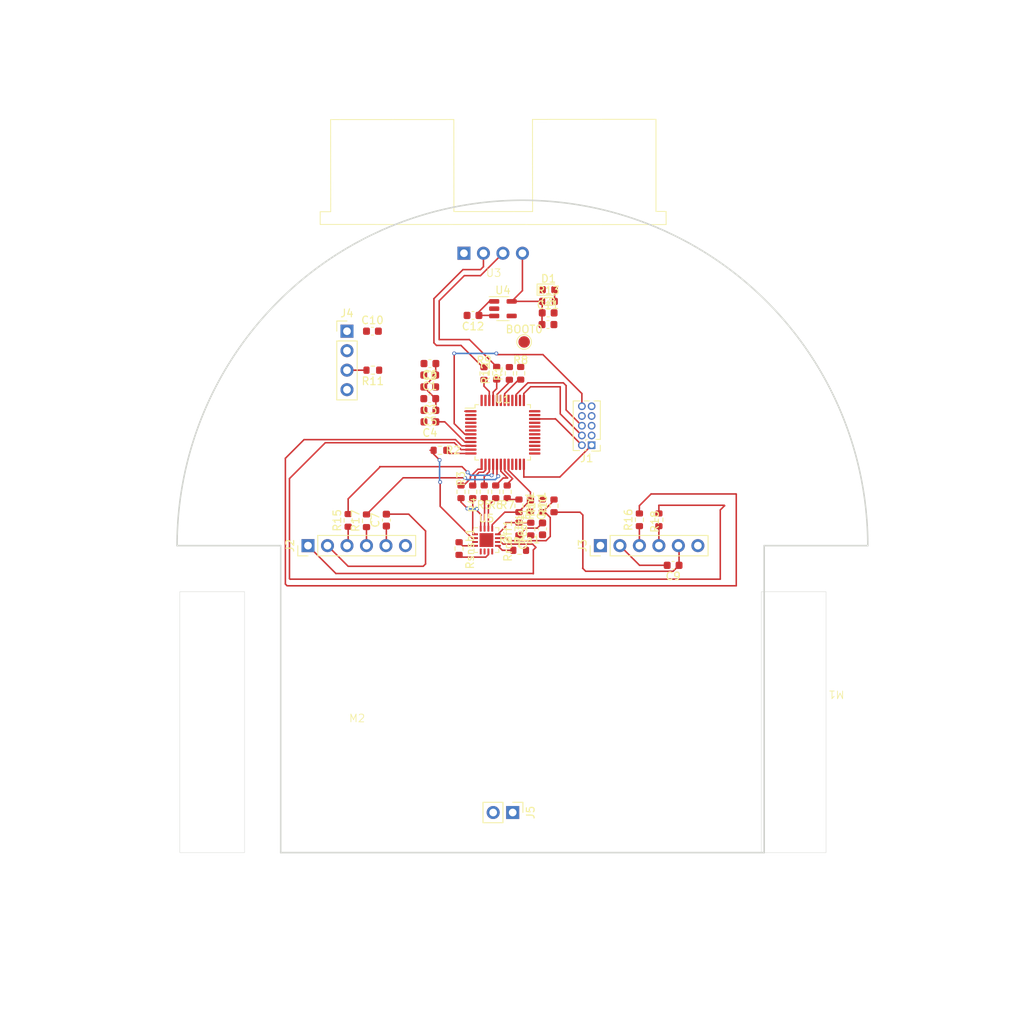
<source format=kicad_pcb>
(kicad_pcb (version 20221018) (generator pcbnew)
  (layers (0 "F.Cu" signal) (31 "B.Cu" signal) (34 "B.Paste" user) (35 "F.Paste" user) (36 "B.SilkS" user "B.Silkscreen") (37 "F.SilkS" user "F.Silkscreen") (38 "B.Mask" user) (39 "F.Mask" user) (44 "Edge.Cuts" user))
  (net 0 "")
  (net 1 "+3.3V")
  (net 2 "GND")
  (net 3 "+BATT")
  (net 4 "/mcu/UART1_TX")
  (net 5 "/mcu/IN_B2")
  (net 6 "/mcu/UART1_RX")
  (net 7 "/mcu/BOOT0")
  (net 8 "Net-(U1-PA2)")
  (net 9 "/mcu/TIM15_CH1")
  (net 10 "Net-(U1-PA3)")
  (net 11 "/mcu/TIM15_CH2")
  (net 12 "Net-(U1-PA4)")
  (net 13 "/mcu/OUT_A4")
  (net 14 "Net-(U1-PA5)")
  (net 15 "/mcu/OUT_A5")
  (net 16 "/mcu/OUT_B0")
  (net 17 "Net-(U1-PB0)")
  (net 18 "/mcu/OUT_B1")
  (net 19 "Net-(U1-PB1)")
  (net 20 "Net-(U1-PB6)")
  (net 21 "/mcu/OUT_B9")
  (net 22 "Net-(U1-PB9)")
  (net 23 "/mcu/TIM3_CH1")
  (net 24 "/mcu/TIM2_CH1")
  (net 25 "/mcu/TIM3_CH2")
  (net 26 "/mcu/TIM2_CH2")
  (net 27 "/mcu/TIM8_CH2")
  (net 33 "/mcu/~{RESET}")
  (net 45 "/mcu/SWDIO")
  (net 48 "/mcu/SWDCLK")
  (net 50 "/mcu/SWO")
  (net 55 "Net-(U3-ECHO)")
  (net 57 "Net-(Crcoff1-Pad2)")
  (net 58 "Net-(D1-A)")
  (net 59 "/motorA/MA")
  (net 60 "Net-(J2-Pin_3)")
  (net 61 "Net-(J2-Pin_4)")
  (net 62 "/motorA/MB")
  (net 63 "/motorB/MA")
  (net 64 "Net-(J3-Pin_3)")
  (net 65 "Net-(J3-Pin_4)")
  (net 66 "/motorB/MB")
  (net 67 "Net-(J4-Pin_3)")
  (net 68 "/external_uart/EXTERNAL_UART_RX")
  (net 69 "/external_uart/EXTERNAL_UART_TX")
  (net 70 "Net-(U5-REF)")
  (net 71 "Net-(U5-TOFF)")
  (net 72 "Net-(U5-SENSEB)")
  (net 73 "Net-(U5-SENSEA)")
  (footprint "Package_QFP:LQFP-48_7x7mm_P0.5mm" (layer "F.Cu") (at 149.9746 85.2426)
    (fp_text reference "U1")
    (fp_text value "STM32F030C8Tx")
  )
  (footprint "Resistor_SMD:R_0603_1608Metric" (layer "F.Cu") (at 150.8382 77.5596 90)
    (fp_text reference "R1")
    (fp_text value "10k")
  )
  (footprint "minimouse:N20_with_encoder" (layer "F.Cu") (at 131 123)
    (fp_text reference "M2")
    (fp_text value "N20_encoder")
    (fp_rect (start -23.1 -17) (end -14.67 17) (stroke (width 0.05)) (fill none) (layer "Edge.Cuts"))
  )
  (footprint "TestPoint:TestPoint_Pad_D1.5mm" (layer "F.Cu") (at 152.7646 73.4601)
    (fp_text reference "BOOT0")
    (fp_text value "TestPoint")
  )
  (footprint "Capacitor_SMD:C_0603_1608Metric" (layer "F.Cu") (at 134.8108 96.6726 90)
    (fp_text reference "C7")
    (fp_text value "2.2 uF")
  )
  (footprint "Capacitor_SMD:C_0603_1608Metric" (layer "F.Cu") (at 146.1008 70.0026 180)
    (fp_text reference "C12")
    (fp_text value "2.2uF")
  )
  (footprint "Resistor_SMD:R_0603_1608Metric" (layer "F.Cu") (at 146.0622 92.9888 -90)
    (fp_text reference "R4")
    (fp_text value "100")
  )
  (footprint "Capacitor_SMD:C_0603_1608Metric" (layer "F.Cu") (at 140.4874 83.871 180)
    (fp_text reference "C4")
    (fp_text value "0.1uF")
  )
  (footprint "Resistor_SMD:R_0603_1608Metric" (layer "F.Cu") (at 152.0828 97.8278 90)
    (fp_text reference "Rrcoff1")
    (fp_text value "1 k")
  )
  (footprint "Resistor_SMD:R_0603_1608Metric" (layer "F.Cu") (at 147.5322 77.5759 -90)
    (fp_text reference "R9")
    (fp_text value "100")
  )
  (footprint "Package_TO_SOT_SMD:SOT-23-5" (layer "F.Cu") (at 150 69.125)
    (fp_text reference "U4")
    (fp_text value "LP5907MFX-1.2")
  )
  (footprint "Capacitor_SMD:C_0603_1608Metric" (layer "F.Cu") (at 155.8928 69.6724)
    (fp_text reference "C8")
    (fp_text value "2.2 uF")
  )
  (footprint "Capacitor_SMD:C_0603_1608Metric" (layer "F.Cu") (at 140.4874 82.3724 180)
    (fp_text reference "C5")
    (fp_text value "0.1uF")
  )
  (footprint "minimouse:N20_with_encoder" (layer "F.Cu") (at 169 123 180)
    (fp_text reference "M1")
    (fp_text value "N20_encoder")
    (fp_rect (start -23.1 -17) (end -14.67 17) (stroke (width 0.05)) (fill none) (layer "Edge.Cuts"))
  )
  (footprint "Resistor_SMD:R_0603_1608Metric" (layer "F.Cu") (at 133.045 77.14 180)
    (fp_text reference "R11")
    (fp_text value "100 ")
  )
  (footprint "Connector_PinHeader_2.54mm:PinHeader_1x02_P2.54mm_Vertical" (layer "F.Cu") (at 151.27 134.775 -90)
    (fp_text reference "J5")
    (fp_text value "Conn_01x02")
  )
  (footprint "Resistor_SMD:R_0603_1608Metric" (layer "F.Cu") (at 153.6322 97.841 90)
    (fp_text reference "Roff1")
    (fp_text value "47 k")
  )
  (footprint "Capacitor_SMD:C_0603_1608Metric" (layer "F.Cu") (at 132.995 72.06)
    (fp_text reference "C10")
    (fp_text value "2.2 uF")
  )
  (footprint "Capacitor_SMD:C_0603_1608Metric" (layer "F.Cu") (at 140.462 80.8484 180)
    (fp_text reference "C3")
    (fp_text value "0.1uF")
  )
  (footprint "Resistor_SMD:R_0603_1608Metric" (layer "F.Cu") (at 149.1872 77.5342 90)
    (fp_text reference "R12")
    (fp_text value "100 ")
  )
  (footprint "Connector_PinHeader_2.54mm:PinHeader_1x04_P2.54mm_Vertical" (layer "F.Cu") (at 129.68 72.06)
    (fp_text reference "J4")
    (fp_text value "Conn_01x04")
  )
  (footprint "Resistor_SMD:R_0603_1608Metric" (layer "F.Cu") (at 155.1308 94.8052 90)
    (fp_text reference "R14")
    (fp_text value "10k")
  )
  (footprint "Resistor_SMD:R_0603_1608Metric" (layer "F.Cu") (at 152.086 94.8145 -90)
    (fp_text reference "Ren1")
    (fp_text value "10k")
  )
  (footprint "Package_DFN_QFN:VQFN-16-1EP_3x3mm_P0.5mm_EP1.8x1.8mm" (layer "F.Cu") (at 147.8544 99.2745)
    (fp_text reference "U5")
    (fp_text value "STSPIN240")
  )
  (footprint "Resistor_SMD:R_0603_1608Metric" (layer "F.Cu") (at 152.3114 77.5464 -90)
    (fp_text reference "R8")
    (fp_text value "100")
  )
  (footprint "Connector_PinHeader_2.54mm:PinHeader_1x06_P2.54mm_Vertical" (layer "F.Cu") (at 162.7 100 90)
    (fp_text reference "J3")
    (fp_text value "Conn_01x06")
  )
  (footprint "Resistor_SMD:R_0603_1608Metric" (layer "F.Cu") (at 150.558 92.9888 90)
    (fp_text reference "R7")
    (fp_text value "100")
  )
  (footprint "Resistor_SMD:R_0603_1608Metric" (layer "F.Cu") (at 141.7958 87.5794 180)
    (fp_text reference "R2")
    (fp_text value "100")
  )
  (footprint "Resistor_SMD:R_0603_1608Metric" (layer "F.Cu") (at 129.8324 96.7112 90)
    (fp_text reference "R15")
    (fp_text value "100")
  )
  (footprint "Capacitor_SMD:C_0603_1608Metric" (layer "F.Cu") (at 172.1742 102.5654 180)
    (fp_text reference "C9")
    (fp_text value "2.2 uF")
  )
  (footprint "Resistor_SMD:R_0603_1608Metric" (layer "F.Cu") (at 155.9314 68.1738)
    (fp_text reference "R13")
    (fp_text value "330")
  )
  (footprint "Resistor_SMD:R_0603_1608Metric" (layer "F.Cu") (at 167.78 96.635 90)
    (fp_text reference "R16")
    (fp_text value "100")
  )
  (footprint "Resistor_SMD:R_0603_1608Metric" (layer "F.Cu") (at 144.5382 92.9878 -90)
    (fp_text reference "R3")
    (fp_text value "100")
  )
  (footprint "Capacitor_SMD:C_0603_1608Metric" (layer "F.Cu") (at 153.5846 94.8399 -90)
    (fp_text reference "Cen1")
    (fp_text value "10 nF")
  )
  (footprint "Resistor_SMD:R_0603_1608Metric" (layer "F.Cu") (at 152.1844 100.6096)
    (fp_text reference "Rsnsa1")
    (fp_text value "330 m")
  )
  (footprint "Capacitor_SMD:C_0603_1608Metric" (layer "F.Cu") (at 140.462 79.3244)
    (fp_text reference "C2")
    (fp_text value "0.1uF")
  )
  (footprint "Capacitor_SMD:C_0603_1608Metric" (layer "F.Cu") (at 140.462 77.775 180)
    (fp_text reference "C1")
    (fp_text value "2.2uF")
  )
  (footprint "Resistor_SMD:R_0603_1608Metric" (layer "F.Cu") (at 147.5608 92.9766 -90)
    (fp_text reference "R5")
    (fp_text value "100")
  )
  (footprint "LED_SMD:LED_0603_1608Metric" (layer "F.Cu") (at 155.9425 66.6498)
    (fp_text reference "D1")
    (fp_text value "LED")
  )
  (footprint "Connector_PinHeader_1.27mm:PinHeader_2x05_P1.27mm_Vertical" (layer "F.Cu") (at 161.557 86.919 180)
    (fp_text reference "J1")
    (fp_text value "Conn_ARM_JTAG_SWD_10")
  )
  (footprint "Capacitor_SMD:C_0603_1608Metric" (layer "F.Cu") (at 155.1562 97.8156 90)
    (fp_text reference "Crcoff1")
    (fp_text value "22 nF")
  )
  (footprint "Resistor_SMD:R_0603_1608Metric" (layer "F.Cu") (at 156.6548 94.8184 90)
    (fp_text reference "R10")
    (fp_text value "10k")
  )
  (footprint "Capacitor_SMD:C_0603_1608Metric" (layer "F.Cu") (at 140.4874 76.2764 180)
    (fp_text reference "C6")
    (fp_text value "2.2uF")
  )
  (footprint "Resistor_SMD:R_0603_1608Metric" (layer "F.Cu") (at 132.22 96.762 90)
    (fp_text reference "R17")
    (fp_text value "100")
  )
  (footprint "Resistor_SMD:R_0603_1608Metric" (layer "F.Cu") (at 144.285 100.381 -90)
    (fp_text reference "Rsnsb1")
    (fp_text value "330 m")
  )
  (footprint "minimouse:HC-SR04" (layer "F.Cu") (at 148.73 61.9)
    (fp_text reference "U3")
    (fp_text value "HC-SR04")
  )
  (footprint "Resistor_SMD:R_0603_1608Metric" (layer "F.Cu") (at 170.32 96.635 90)
    (fp_text reference "R18")
    (fp_text value "100")
  )
  (footprint "Capacitor_SMD:C_0603_1608Metric" (layer "F.Cu") (at 155.8674 71.1964)
    (fp_text reference "C11")
    (fp_text value "2.2uF")
  )
  (footprint "Connector_PinHeader_2.54mm:PinHeader_1x06_P2.54mm_Vertical" (layer "F.Cu") (at 124.6 100 90)
    (fp_text reference "J2")
    (fp_text value "Conn_01x06")
  )
  (footprint "Resistor_SMD:R_0603_1608Metric" (layer "F.Cu") (at 149.0594 92.9888 90)
    (fp_text reference "R6")
    (fp_text value "100")
  )
  (gr_arc (start 107.54 100) (mid 152.54 55) (end 197.54 100) (stroke (width 0.2)) (layer "Edge.Cuts"))
  (gr_line (start 184.04 140) (end 121.04 140) (stroke (width 0.2)) (layer "Edge.Cuts"))
  (gr_line (start 121.04 100) (end 107.54 100) (stroke (width 0.2)) (layer "Edge.Cuts"))
  (gr_line (start 184.04 100) (end 184.04 140) (stroke (width 0.2)) (layer "Edge.Cuts"))
  (gr_line (start 197.54 100) (end 184.04 100) (stroke (width 0.2)) (layer "Edge.Cuts"))
  (gr_line (start 121.04 140) (end 121.04 100) (stroke (width 0.2)) (layer "Edge.Cuts"))
  (segment (start 155.1178 69.6724) (end 155.1178 68.1852) (width 0.2) (layer "F.Cu") (net 1))
  (segment (start 139.6876 79.3244) (end 141.237 77.775) (width 0.2) (layer "F.Cu") (net 1))
  (segment (start 141.237 80.8484) (end 141.211 80.8484) (width 0.2) (layer "F.Cu") (net 1))
  (segment (start 151.1387 68.1738) (end 151.1375 68.175) (width 0.2) (layer "F.Cu") (net 1))
  (segment (start 141.2624 82.6264) (end 141.2624 82.3724) (width 0.2) (layer "F.Cu") (net 1))
  (segment (start 145.04219 86.4926) (end 145.8121 86.4926) (width 0.2) (layer "F.Cu") (net 1))
  (segment (start 155.1178 68.1852) (end 155.1064 68.1738) (width 0.2) (layer "F.Cu") (net 1))
  (segment (start 152.7246 89.4051) (end 152.7246 91.0778) (width 0.2) (layer "F.Cu") (net 1))
  (segment (start 155.0924 71.1964) (end 155.0924 69.6978) (width 0.2) (layer "F.Cu") (net 1))
  (segment (start 139.687 79.3244) (end 139.6876 79.3244) (width 0.2) (layer "F.Cu") (net 1))
  (segment (start 155.0924 69.6978) (end 155.1178 69.6724) (width 0.2) (layer "F.Cu") (net 1))
  (segment (start 151.1375 68.175) (end 152.54 66.7725) (width 0.2) (layer "F.Cu") (net 1))
  (segment (start 141.237 76.3018) (end 141.2624 76.2764) (width 0.2) (layer "F.Cu") (net 1))
  (segment (start 152.7246 91.0778) (end 152.7432 91.0592) (width 0.2) (layer "F.Cu") (net 1))
  (segment (start 145.04219 82.4926) (end 145.8121 82.4926) (width 0.2) (layer "F.Cu") (net 1))
  (segment (start 142.42059 83.871) (end 145.04219 86.4926) (width 0.2) (layer "F.Cu") (net 1))
  (segment (start 141.2624 80.8738) (end 141.237 80.8484) (width 0.2) (layer "F.Cu") (net 1))
  (segment (start 155.1064 68.1738) (end 151.1387 68.1738) (width 0.2) (layer "F.Cu") (net 1))
  (segment (start 141.237 77.775) (end 141.237 76.3018) (width 0.2) (layer "F.Cu") (net 1))
  (segment (start 152.7432 91.0592) (end 157.4168 91.0592) (width 0.2) (layer "F.Cu") (net 1))
  (segment (start 157.4168 91.0592) (end 161.557 86.919) (width 0.2) (layer "F.Cu") (net 1))
  (segment (start 141.2624 83.871) (end 142.42059 83.871) (width 0.2) (layer "F.Cu") (net 1))
  (segment (start 141.211 80.8484) (end 139.687 79.3244) (width 0.2) (layer "F.Cu") (net 1))
  (segment (start 141.2624 82.3724) (end 141.2624 80.8738) (width 0.2) (layer "F.Cu") (net 1))
  (segment (start 152.54 66.7725) (end 152.54 61.9) (width 0.2) (layer "F.Cu") (net 1))
  (segment (start 139.9162 102.3876) (end 139.6114 102.6924) (width 0.2) (layer "F.Cu") (net 2))
  (segment (start 148.1044 101.163886) (end 148.1044 100.762) (width 0.2) (layer "F.Cu") (net 2))
  (segment (start 139.6114 102.6924) (end 129.8324 102.6924) (width 0.2) (layer "F.Cu") (net 2))
  (segment (start 167.8054 102.5654) (end 165.24 100) (width 0.2) (layer "F.Cu") (net 2))
  (segment (start 144.5776 101.4986) (end 147.769686 101.4986) (width 0.2) (layer "F.Cu") (net 2))
  (segment (start 171.3992 102.5654) (end 167.8054 102.5654) (width 0.2) (layer "F.Cu") (net 2))
  (segment (start 139.9162 98.095) (end 139.9162 102.3876) (width 0.2) (layer "F.Cu") (net 2))
  (segment (start 147.769686 101.4986) (end 148.1044 101.163886) (width 0.2) (layer "F.Cu") (net 2))
  (segment (start 137.7188 95.8976) (end 139.9162 98.095) (width 0.2) (layer "F.Cu") (net 2))
  (segment (start 134.8108 95.8976) (end 137.7188 95.8976) (width 0.2) (layer "F.Cu") (net 2))
  (segment (start 144.285 101.206) (end 144.5776 101.4986) (width 0.2) (layer "F.Cu") (net 2))
  (segment (start 129.8324 102.6924) (end 127.14 100) (width 0.2) (layer "F.Cu") (net 2))
  (segment (start 160.7826 103.3404) (end 172.1742 103.3404) (width 0.2) (layer "F.Cu") (net 3))
  (segment (start 160.3886 102.9464) (end 160.7826 103.3404) (width 0.2) (layer "F.Cu") (net 3))
  (segment (start 172.9362 99.9238) (end 172.86 100) (width 0.2) (layer "F.Cu") (net 3))
  (segment (start 148.2284 68.175) (end 148.8625 68.175) (width 0.2) (layer "F.Cu") (net 3))
  (segment (start 134.8108 99.9492) (end 134.76 100) (width 0.2) (layer "F.Cu") (net 3))
  (segment (start 172.9492 100.0892) (end 172.86 100) (width 0.2) (layer "F.Cu") (net 3))
  (segment (start 146.8758 69.5276) (end 148.2284 68.175) (width 0.2) (layer "F.Cu") (net 3))
  (segment (start 172.9492 102.5654) (end 172.9492 100.0892) (width 0.2) (layer "F.Cu") (net 3))
  (segment (start 160.0452 95.6434) (end 160.414 96.0122) (width 0.2) (layer "F.Cu") (net 3))
  (segment (start 160.414 102.921) (end 160.3886 102.9464) (width 0.2) (layer "F.Cu") (net 3))
  (segment (start 146.8758 70.0026) (end 148.7901 70.0026) (width 0.2) (layer "F.Cu") (net 3))
  (segment (start 146.8758 70.0026) (end 146.8758 69.5276) (width 0.2) (layer "F.Cu") (net 3))
  (segment (start 148.7901 70.0026) (end 148.8625 70.075) (width 0.2) (layer "F.Cu") (net 3))
  (segment (start 172.1742 103.3404) (end 172.9492 102.5654) (width 0.2) (layer "F.Cu") (net 3))
  (segment (start 134.8108 97.4476) (end 134.8108 99.9492) (width 0.2) (layer "F.Cu") (net 3))
  (segment (start 160.414 96.0122) (end 160.414 102.921) (width 0.2) (layer "F.Cu") (net 3))
  (segment (start 156.6548 95.6434) (end 160.0452 95.6434) (width 0.2) (layer "F.Cu") (net 3))
  (segment (start 152.086 95.6395) (end 150.2441 95.6395) (width 0.2) (layer "F.Cu") (net 5))
  (segment (start 152.086 95.6395) (end 152.086 95.5635) (width 0.2) (layer "F.Cu") (net 5))
  (segment (start 152.086 95.5635) (end 153.5846 94.0649) (width 0.2) (layer "F.Cu") (net 5))
  (segment (start 148.6044 97.2792) (end 148.6044 97.787) (width 0.2) (layer "F.Cu") (net 5))
  (segment (start 150.2441 95.6395) (end 148.6044 97.2792) (width 0.2) (layer "F.Cu") (net 5))
  (segment (start 150.7246 90.17501) (end 150.7246 89.4051) (width 0.2) (layer "F.Cu") (net 5))
  (segment (start 153.5846 94.0649) (end 153.5846 93.03501) (width 0.2) (layer "F.Cu") (net 5))
  (segment (start 153.5846 93.03501) (end 150.7246 90.17501) (width 0.2) (layer "F.Cu") (net 5))
  (segment (start 150.8382 78.3846) (end 150.8382 78.69659) (width 0.2) (layer "F.Cu") (net 7))
  (segment (start 150.8382 78.69659) (end 149.2246 80.31019) (width 0.2) (layer "F.Cu") (net 7))
  (segment (start 149.2246 80.31019) (end 149.2246 81.0801) (width 0.2) (layer "F.Cu") (net 7))
  (segment (start 149.2086 81.0641) (end 149.2246 81.0801) (width 0.2) (layer "F.Cu") (net 7))
  (segment (start 143.034 87.9926) (end 145.8121 87.9926) (width 0.2) (layer "F.Cu") (net 8))
  (segment (start 142.6208 87.5794) (end 143.034 87.9926) (width 0.2) (layer "F.Cu") (net 8))
  (segment (start 140.5116 87.5794) (end 140.9708 87.5794) (width 0.2) (layer "F.Cu") (net 9))
  (segment (start 141.8212 91.7196) (end 141.8212 94.880686) (width 0.2) (layer "F.Cu") (net 9))
  (segment (start 141.0714 87.68) (end 140.9708 87.5794) (width 0.2) (layer "F.Cu") (net 9))
  (segment (start 145.965014 99.0245) (end 146.3669 99.0245) (width 0.2) (layer "F.Cu") (net 9))
  (segment (start 141.8212 94.880686) (end 145.965014 99.0245) (width 0.2) (layer "F.Cu") (net 9))
  (segment (start 140.9708 87.5794) (end 140.9708 88.0752) (width 0.2) (layer "F.Cu") (net 9))
  (segment (start 140.9708 88.0752) (end 141.745 88.8494) (width 0.2) (layer "F.Cu") (net 9))
  (segment (start 141.0043 87.7146) (end 140.8868 87.8321) (width 0.2) (layer "F.Cu") (net 9))
  (segment (start 141.7704 88.8748) (end 141.745 88.8494) (width 0.2) (layer "F.Cu") (net 9))
  (via (at 141.745 88.8494) (size 0.5) (drill 0.3) (layers "F.Cu" "B.Cu") (net 9))
  (via (at 141.8212 91.7196) (size 0.5) (drill 0.3) (layers "F.Cu" "B.Cu") (net 9))
  (segment (start 141.745 88.8494) (end 141.745 91.6434) (width 0.2) (layer "B.Cu") (net 9))
  (segment (start 141.745 91.6434) (end 141.8212 91.7196) (width 0.2) (layer "B.Cu") (net 9))
  (segment (start 145.7546 91.026904) (end 146.738905 90.0426) (width 0.2) (layer "F.Cu") (net 10))
  (segment (start 146.738905 90.0426) (end 147.2314 90.0426) (width 0.2) (layer "F.Cu") (net 10))
  (segment (start 145.7546 91.283752) (end 145.7546 91.026904) (width 0.2) (layer "F.Cu") (net 10))
  (segment (start 144.875552 92.1628) (end 145.7546 91.283752) (width 0.2) (layer "F.Cu") (net 10))
  (segment (start 144.5382 92.1628) (end 144.875552 92.1628) (width 0.2) (layer "F.Cu") (net 10))
  (segment (start 144.5382 93.8128) (end 144.5382 94.3279) (width 0.2) (layer "F.Cu") (net 11))
  (segment (start 147.1044 96.0973) (end 147.1044 97.787) (width 0.2) (layer "F.Cu") (net 11))
  (segment (start 144.5382 94.3279) (end 145.3804 95.1701) (width 0.2) (layer "F.Cu") (net 11))
  (segment (start 147.1886 96.0131) (end 147.1044 96.0973) (width 0.2) (layer "F.Cu") (net 11))
  (segment (start 146.6122 95.2209) (end 146.6122 95.4367) (width 0.2) (layer "F.Cu") (net 11))
  (segment (start 146.6122 95.4367) (end 147.1886 96.0131) (width 0.2) (layer "F.Cu") (net 11))
  (via (at 145.3804 95.1701) (size 0.5) (drill 0.3) (layers "F.Cu" "B.Cu") (net 11))
  (via (at 146.6122 95.2209) (size 0.5) (drill 0.3) (layers "F.Cu" "B.Cu") (net 11))
  (segment (start 145.4312 95.2209) (end 145.3804 95.1701) (width 0.2) (layer "B.Cu") (net 11))
  (segment (start 146.6122 95.2209) (end 145.4312 95.2209) (width 0.2) (layer "B.Cu") (net 11))
  (segment (start 146.90459 90.4426) (end 147.45701 90.4426) (width 0.2) (layer "F.Cu") (net 12))
  (segment (start 147.7246 90.17501) (end 147.7246 89.4051) (width 0.2) (layer "F.Cu") (net 12))
  (segment (start 146.3546 91.8714) (end 146.3546 90.99259) (width 0.2) (layer "F.Cu") (net 12))
  (segment (start 147.45701 90.4426) (end 147.7246 90.17501) (width 0.2) (layer "F.Cu") (net 12))
  (segment (start 145.7546 92.033) (end 145.859 92.1374) (width 0.2) (layer "F.Cu") (net 12))
  (segment (start 146.3546 90.99259) (end 146.90459 90.4426) (width 0.2) (layer "F.Cu") (net 12))
  (segment (start 146.0622 92.1638) (end 146.3546 91.8714) (width 0.2) (layer "F.Cu") (net 12))
  (segment (start 146.0622 98.2198) (end 146.3669 98.5245) (width 0.2) (layer "F.Cu") (net 13))
  (segment (start 146.0622 93.8138) (end 146.0622 98.2198) (width 0.2) (layer "F.Cu") (net 13))
  (segment (start 148.2246 90.363752) (end 148.2246 89.4051) (width 0.2) (layer "F.Cu") (net 14))
  (segment (start 147.5608 91.027552) (end 147.5608 92.1516) (width 0.2) (layer "F.Cu") (net 14))
  (segment (start 148.2246 90.363752) (end 147.5608 91.027552) (width 0.2) (layer "F.Cu") (net 14))
  (segment (start 147.6044 93.8452) (end 147.6044 97.787) (width 0.2) (layer "F.Cu") (net 15))
  (segment (start 147.5608 93.8016) (end 147.6886 93.9294) (width 0.2) (layer "F.Cu") (net 15))
  (segment (start 147.5608 93.8016) (end 147.6044 93.8452) (width 0.2) (layer "F.Cu") (net 15))
  (segment (start 148.1044 94.7688) (end 148.1044 97.787) (width 0.2) (layer "F.Cu") (net 16))
  (segment (start 149.0594 93.8138) (end 148.1044 94.7688) (width 0.2) (layer "F.Cu") (net 16))
  (segment (start 149.7246 90.306382) (end 150.607009 91.188791) (width 0.2) (layer "F.Cu") (net 17))
  (segment (start 149.7246 89.4051) (end 149.7246 90.306382) (width 0.2) (layer "F.Cu") (net 17))
  (segment (start 150.607009 91.188791) (end 150.034409 91.188791) (width 0.2) (layer "F.Cu") (net 17))
  (segment (start 150.034409 91.188791) (end 149.0594 92.1638) (width 0.2) (layer "F.Cu") (net 17))
  (segment (start 150.7337 93.9895) (end 150.558 93.8138) (width 0.2) (layer "F.Cu") (net 18))
  (segment (start 152.086 93.9895) (end 150.7337 93.9895) (width 0.2) (layer "F.Cu") (net 18))
  (segment (start 150.2246 89.4051) (end 150.2246 90.240696) (width 0.2) (layer "F.Cu") (net 19))
  (segment (start 150.2246 90.240696) (end 151.258152 91.274248) (width 0.2) (layer "F.Cu") (net 19))
  (segment (start 150.558 91.9744) (end 150.558 92.1638) (width 0.2) (layer "F.Cu") (net 19))
  (segment (start 150.558 92.1638) (end 150.46789 92.1638) (width 0.2) (layer "F.Cu") (net 19))
  (segment (start 151.258152 91.274248) (end 150.558 91.9744) (width 0.2) (layer "F.Cu") (net 19))
  (segment (start 150.2246 80.21019) (end 150.2246 81.0801) (width 0.2) (layer "F.Cu") (net 20))
  (segment (start 152.3114 78.3714) (end 152.06339 78.3714) (width 0.2) (layer "F.Cu") (net 20))
  (segment (start 152.06339 78.3714) (end 150.2246 80.21019) (width 0.2) (layer "F.Cu") (net 20))
  (segment (start 147.46 63.6526) (end 147.46 61.9) (width 0.2) (layer "F.Cu") (net 21))
  (segment (start 141.0084 67.8182) (end 144.793 64.0336) (width 0.2) (layer "F.Cu") (net 21))
  (segment (start 144.539 73.9142) (end 141.3386 73.9142) (width 0.2) (layer "F.Cu") (net 21))
  (segment (start 147.3757 76.7509) (end 144.539 73.9142) (width 0.2) (layer "F.Cu") (net 21))
  (segment (start 141.0084 73.584) (end 141.0084 67.8182) (width 0.2) (layer "F.Cu") (net 21))
  (segment (start 147.5322 76.7509) (end 147.3757 76.7509) (width 0.2) (layer "F.Cu") (net 21))
  (segment (start 147.079 64.0336) (end 147.46 63.6526) (width 0.2) (layer "F.Cu") (net 21))
  (segment (start 141.3386 73.9142) (end 141.0084 73.584) (width 0.2) (layer "F.Cu") (net 21))
  (segment (start 144.793 64.0336) (end 147.079 64.0336) (width 0.2) (layer "F.Cu") (net 21))
  (segment (start 147.5322 78.4009) (end 147.5322 79.2259) (width 0.2) (layer "F.Cu") (net 22))
  (segment (start 148.2246 79.9183) (end 148.2246 81.0801) (width 0.2) (layer "F.Cu") (net 22))
  (segment (start 147.5322 79.2259) (end 148.2246 79.9183) (width 0.2) (layer "F.Cu") (net 22))
  (segment (start 129.8324 93.904) (end 133.9472 89.7892) (width 0.2) (layer "F.Cu") (net 23))
  (segment (start 148.7246 90.64157) (end 148.7246 89.4051) (width 0.2) (layer "F.Cu") (net 23))
  (segment (start 148.524354 90.841816) (end 148.7246 90.64157) (width 0.2) (layer "F.Cu") (net 23))
  (segment (start 133.9472 89.713) (end 144.666 89.713) (width 0.2) (layer "F.Cu") (net 23))
  (segment (start 144.666 89.713) (end 145.402441 90.449441) (width 0.2) (layer "F.Cu") (net 23))
  (segment (start 129.8324 95.8862) (end 129.8324 93.904) (width 0.2) (layer "F.Cu") (net 23))
  (segment (start 133.9472 89.7892) (end 133.9472 89.713) (width 0.2) (layer "F.Cu") (net 23))
  (via (at 145.402441 90.449441) (size 0.5) (drill 0.3) (layers "F.Cu" "B.Cu") (net 23))
  (via (at 148.524354 90.841816) (size 0.5) (drill 0.3) (layers "F.Cu" "B.Cu") (net 23))
  (segment (start 145.402441 90.449441) (end 145.7836 90.8306) (width 0.2) (layer "B.Cu") (net 23))
  (segment (start 145.7836 90.8306) (end 148.3236 90.8306) (width 0.2) (layer "B.Cu") (net 23))
  (segment (start 148.513138 90.8306) (end 148.524354 90.841816) (width 0.2) (layer "B.Cu") (net 23))
  (segment (start 148.3236 90.8306) (end 148.513138 90.8306) (width 0.2) (layer "B.Cu") (net 23))
  (segment (start 167.78 94.793) (end 167.78 95.81) (width 0.2) (layer "F.Cu") (net 24))
  (segment (start 145.8121 86.9926) (end 144.623382 86.9926) (width 0.2) (layer "F.Cu") (net 24))
  (segment (start 169.304 93.269) (end 167.78 94.793) (width 0.2) (layer "F.Cu") (net 24))
  (segment (start 180.3784 93.269) (end 169.304 93.269) (width 0.2) (layer "F.Cu") (net 24))
  (segment (start 121.8822 105.2324) (end 180.4038 105.2324) (width 0.2) (layer "F.Cu") (net 24))
  (segment (start 180.4038 93.2944) (end 180.3784 93.269) (width 0.2) (layer "F.Cu") (net 24))
  (segment (start 144.623382 86.9926) (end 143.819582 86.1888) (width 0.2) (layer "F.Cu") (net 24))
  (segment (start 124.0856 86.1888) (end 121.6536 88.6208) (width 0.2) (layer "F.Cu") (net 24))
  (segment (start 180.4038 105.2324) (end 180.4038 93.2944) (width 0.2) (layer "F.Cu") (net 24))
  (segment (start 121.6536 105.0038) (end 121.8822 105.2324) (width 0.2) (layer "F.Cu") (net 24))
  (segment (start 121.6536 88.6208) (end 121.6536 105.0038) (width 0.2) (layer "F.Cu") (net 24))
  (segment (start 143.819582 86.1888) (end 124.0856 86.1888) (width 0.2) (layer "F.Cu") (net 24))
  (segment (start 149.2246 90.7918) (end 149.2246 89.4051) (width 0.2) (layer "F.Cu") (net 25))
  (segment (start 145.0724 91.1608) (end 145.0724 91.188134) (width 0.2) (layer "F.Cu") (net 25))
  (segment (start 132.22 95.937) (end 136.9962 91.1608) (width 0.2) (layer "F.Cu") (net 25))
  (segment (start 136.9962 91.1608) (end 145.0724 91.1608) (width 0.2) (layer "F.Cu") (net 25))
  (segment (start 145.0724 91.188134) (end 145.059036 91.201498) (width 0.2) (layer "F.Cu") (net 25))
  (segment (start 149.3904 90.9576) (end 149.2246 90.7918) (width 0.2) (layer "F.Cu") (net 25))
  (via (at 145.0724 91.188134) (size 0.5) (drill 0.3) (layers "F.Cu" "B.Cu") (net 25))
  (via (at 149.3904 90.9576) (size 0.5) (drill 0.3) (layers "F.Cu" "B.Cu") (net 25))
  (segment (start 149.3904 91.0084) (end 149.3904 90.9576) (width 0.2) (layer "B.Cu") (net 25))
  (segment (start 145.276082 91.391816) (end 149.006984 91.391816) (width 0.2) (layer "B.Cu") (net 25))
  (segment (start 145.0724 91.188134) (end 145.276082 91.391816) (width 0.2) (layer "B.Cu") (net 25))
  (segment (start 149.238 91.1608) (end 149.3904 91.0084) (width 0.2) (layer "B.Cu") (net 25))
  (segment (start 149.006984 91.391816) (end 149.238 91.1608) (width 0.2) (layer "B.Cu") (net 25))
  (segment (start 170.32 95.81) (end 170.32 94.7422) (width 0.2) (layer "F.Cu") (net 26))
  (segment (start 178.321 95.3518) (end 178.321 104.3688) (width 0.2) (layer "F.Cu") (net 26))
  (segment (start 170.32 94.7422) (end 178.829 94.7422) (width 0.2) (layer "F.Cu") (net 26))
  (segment (start 178.8798 94.793) (end 178.321 95.3518) (width 0.2) (layer "F.Cu") (net 26))
  (segment (start 122.187 104.2926) (end 122.187 91.2624) (width 0.2) (layer "F.Cu") (net 26))
  (segment (start 143.653896 86.5888) (end 144.557696 87.4926) (width 0.2) (layer "F.Cu") (net 26))
  (segment (start 122.187 91.2624) (end 126.8606 86.5888) (width 0.2) (layer "F.Cu") (net 26))
  (segment (start 122.2632 104.3688) (end 122.187 104.2926) (width 0.2) (layer "F.Cu") (net 26))
  (segment (start 126.8606 86.5888) (end 143.653896 86.5888) (width 0.2) (layer "F.Cu") (net 26))
  (segment (start 178.321 104.3688) (end 122.2632 104.3688) (width 0.2) (layer "F.Cu") (net 26))
  (segment (start 144.557696 87.4926) (end 145.8121 87.4926) (width 0.2) (layer "F.Cu") (net 26))
  (segment (start 178.829 94.7422) (end 178.8798 94.793) (width 0.2) (layer "F.Cu") (net 26))
  (segment (start 149.1872 79.5398) (end 148.7246 80.0024) (width 0.2) (layer "F.Cu") (net 27))
  (segment (start 149.1872 78.3592) (end 149.1872 79.5398) (width 0.2) (layer "F.Cu") (net 27))
  (segment (start 148.7246 80.0024) (end 148.7246 81.0801) (width 0.2) (layer "F.Cu") (net 27))
  (segment (start 160.287 80.188) (end 155.207 75.108) (width 0.2) (layer "F.Cu") (net 33))
  (segment (start 145.04219 85.4926) (end 145.8121 85.4926) (width 0.2) (layer "F.Cu") (net 33))
  (segment (start 143.65 84.10041) (end 145.04219 85.4926) (width 0.2) (layer "F.Cu") (net 33))
  (segment (start 143.65 74.9556) (end 143.65 84.10041) (width 0.2) (layer "F.Cu") (net 33))
  (segment (start 149.0856 74.9048) (end 149.1364 74.9556) (width 0.2) (layer "F.Cu") (net 33))
  (segment (start 160.287 81.839) (end 160.287 80.188) (width 0.2) (layer "F.Cu") (net 33))
  (segment (start 155.207 75.108) (end 149.2888 75.108) (width 0.2) (layer "F.Cu") (net 33))
  (segment (start 149.2888 75.108) (end 149.1364 74.9556) (width 0.2) (layer "F.Cu") (net 33))
  (via (at 143.65 74.9556) (size 0.5) (drill 0.3) (layers "F.Cu" "B.Cu") (net 33))
  (via (at 149.1364 74.9556) (size 0.5) (drill 0.3) (layers "F.Cu" "B.Cu") (net 33))
  (segment (start 149.1364 74.9556) (end 143.65 74.9556) (width 0.2) (layer "B.Cu") (net 33))
  (segment (start 143.5738 75.0318) (end 143.65 74.9556) (width 0.2) (layer "B.Cu") (net 33))
  (segment (start 156.8046 83.4926) (end 154.1371 83.4926) (width 0.2) (layer "F.Cu") (net 45))
  (segment (start 156.8326 83.4646) (end 156.8046 83.4926) (width 0.2) (layer "F.Cu") (net 45))
  (segment (start 160.287 86.919) (end 156.8326 83.4646) (width 0.2) (layer "F.Cu") (net 45))
  (segment (start 157.4676 82.8296) (end 157.4676 79.299) (width 0.2) (layer "F.Cu") (net 48))
  (segment (start 157.4676 79.299) (end 153.6068 79.299) (width 0.2) (layer "F.Cu") (net 48))
  (segment (start 160.287 85.649) (end 157.4676 82.8296) (width 0.2) (layer "F.Cu") (net 48))
  (segment (start 152.7246 80.1812) (end 152.7246 81.0801) (width 0.2) (layer "F.Cu") (net 48))
  (segment (start 153.6068 79.299) (end 152.7246 80.1812) (width 0.2) (layer "F.Cu") (net 48))
  (segment (start 158.2296 79.1466) (end 157.874 78.791) (width 0.2) (layer "F.Cu") (net 50))
  (segment (start 157.874 78.791) (end 153.24379 78.791) (width 0.2) (layer "F.Cu") (net 50))
  (segment (start 158.2296 82.3216) (end 158.2296 79.1466) (width 0.2) (layer "F.Cu") (net 50))
  (segment (start 153.24379 78.791) (end 151.7246 80.31019) (width 0.2) (layer "F.Cu") (net 50))
  (segment (start 160.287 84.379) (end 158.2296 82.3216) (width 0.2) (layer "F.Cu") (net 50))
  (segment (start 151.7246 80.31019) (end 151.7246 81.0801) (width 0.2) (layer "F.Cu") (net 50))
  (segment (start 147.079 64.821) (end 150 61.9) (width 0.2) (layer "F.Cu") (net 55))
  (segment (start 141.6942 68.0976) (end 144.9708 64.821) (width 0.2) (layer "F.Cu") (net 55))
  (segment (start 144.9708 64.821) (end 147.079 64.821) (width 0.2) (layer "F.Cu") (net 55))
  (segment (start 141.6942 73.1522) (end 141.6942 68.0976) (width 0.2) (layer "F.Cu") (net 55))
  (segment (start 145.6302 73.1522) (end 141.6942 73.1522) (width 0.2) (layer "F.Cu") (net 55))
  (segment (start 149.1872 76.7092) (end 145.6302 73.1522) (width 0.2) (layer "F.Cu") (net 55))
  (segment (start 153.0196 97.716) (end 152.0828 98.6528) (width 0.2) (layer "F.Cu") (net 57))
  (segment (start 155.1562 97.0406) (end 154.4808 97.716) (width 0.2) (layer "F.Cu") (net 57))
  (segment (start 152.0828 98.6528) (end 152.0828 98.5262) (width 0.2) (layer "F.Cu") (net 57))
  (segment (start 154.4808 97.716) (end 153.0196 97.716) (width 0.2) (layer "F.Cu") (net 57))
  (segment (start 156.73 68.1474) (end 156.7564 68.1738) (width 0.2) (layer "F.Cu") (net 58))
  (segment (start 156.73 66.6498) (end 156.73 68.1474) (width 0.2) (layer "F.Cu") (net 58))
  (segment (start 149.743786 99.5245) (end 149.3419 99.5245) (width 0.2) (layer "F.Cu") (net 59))
  (segment (start 124.6 100) (end 128.2322 103.6322) (width 0.2) (layer "F.Cu") (net 59))
  (segment (start 153.864243 99.800243) (end 150.019529 99.800243) (width 0.2) (layer "F.Cu") (net 59))
  (segment (start 153.937 103.6322) (end 153.9624 103.6576) (width 0.2) (layer "F.Cu") (net 59))
  (segment (start 153.9624 100.5588) (end 154.2926 100.2286) (width 0.2) (layer "F.Cu") (net 59))
  (segment (start 128.2322 103.6322) (end 153.937 103.6322) (width 0.2) (layer "F.Cu") (net 59))
  (segment (start 154.2926 100.2286) (end 153.864243 99.800243) (width 0.2) (layer "F.Cu") (net 59))
  (segment (start 150.019529 99.800243) (end 149.743786 99.5245) (width 0.2) (layer "F.Cu") (net 59))
  (segment (start 153.9624 103.6576) (end 153.9624 100.5588) (width 0.2) (layer "F.Cu") (net 59))
  (segment (start 129.8324 99.8476) (end 129.68 100) (width 0.2) (layer "F.Cu") (net 60))
  (segment (start 129.8324 97.5362) (end 129.8324 99.8476) (width 0.2) (layer "F.Cu") (net 60))
  (segment (start 132.22 97.587) (end 132.22 100) (width 0.2) (layer "F.Cu") (net 61))
  (segment (start 167.78 97.46) (end 167.78 100) (width 0.2) (layer "F.Cu") (net 64))
  (segment (start 170.32 97.46) (end 170.32 100) (width 0.2) (layer "F.Cu") (net 65))
  (segment (start 132.22 77.14) (end 129.68 77.14) (width 0.2) (layer "F.Cu") (net 67))
  (segment (start 155.617696 99.3528) (end 156.167152 98.803344) (width 0.2) (layer "F.Cu") (net 70))
  (segment (start 155.453952 95.6302) (end 155.1308 95.6302) (width 0.2) (layer "F.Cu") (net 70))
  (segment (start 156.167152 98.803344) (end 156.167152 96.3434) (width 0.2) (layer "F.Cu") (net 70))
  (segment (start 149.3419 99.0245) (end 150.4723 99.0245) (width 0.2) (layer "F.Cu") (net 70))
  (segment (start 150.8006 99.3528) (end 155.617696 99.3528) (width 0.2) (layer "F.Cu") (net 70))
  (segment (start 156.167152 96.3434) (end 155.453952 95.6302) (width 0.2) (layer "F.Cu") (net 70))
  (segment (start 156.6548 93.9934) (end 156.6548 94.1062) (width 0.2) (layer "F.Cu") (net 70))
  (segment (start 156.6548 94.1062) (end 155.1308 95.6302) (width 0.2) (layer "F.Cu") (net 70))
  (segment (start 150.4723 99.0245) (end 150.8006 99.3528) (width 0.2) (layer "F.Cu") (net 70))
  (segment (start 150.3558 97.0028) (end 150.3558 97.5106) (width 0.2) (layer "F.Cu") (net 71))
  (segment (start 150.3558 97.5106) (end 149.3419 98.5245) (width 0.2) (layer "F.Cu") (net 71))
  (segment (start 152.0828 97.0028) (end 150.3558 97.0028) (width 0.2) (layer "F.Cu") (net 71))
  (segment (start 152.0828 97.0028) (end 153.619 97.0028) (width 0.2) (layer "F.Cu") (net 71))
  (segment (start 153.619 97.0028) (end 153.6322 97.016) (width 0.2) (layer "F.Cu") (net 71))
  (segment (start 149.927 100.6096) (end 149.3419 100.0245) (width 0.2) (layer "F.Cu") (net 72))
  (segment (start 151.3594 100.6096) (end 149.927 100.6096) (width 0.2) (layer "F.Cu") (net 72))
  (segment (start 144.285 99.556) (end 144.7535 100.0245) (width 0.2) (layer "F.Cu") (net 73))
  (segment (start 144.7535 100.0245) (end 146.3669 100.0245) (width 0.2) (layer "F.Cu") (net 73))
)
</source>
